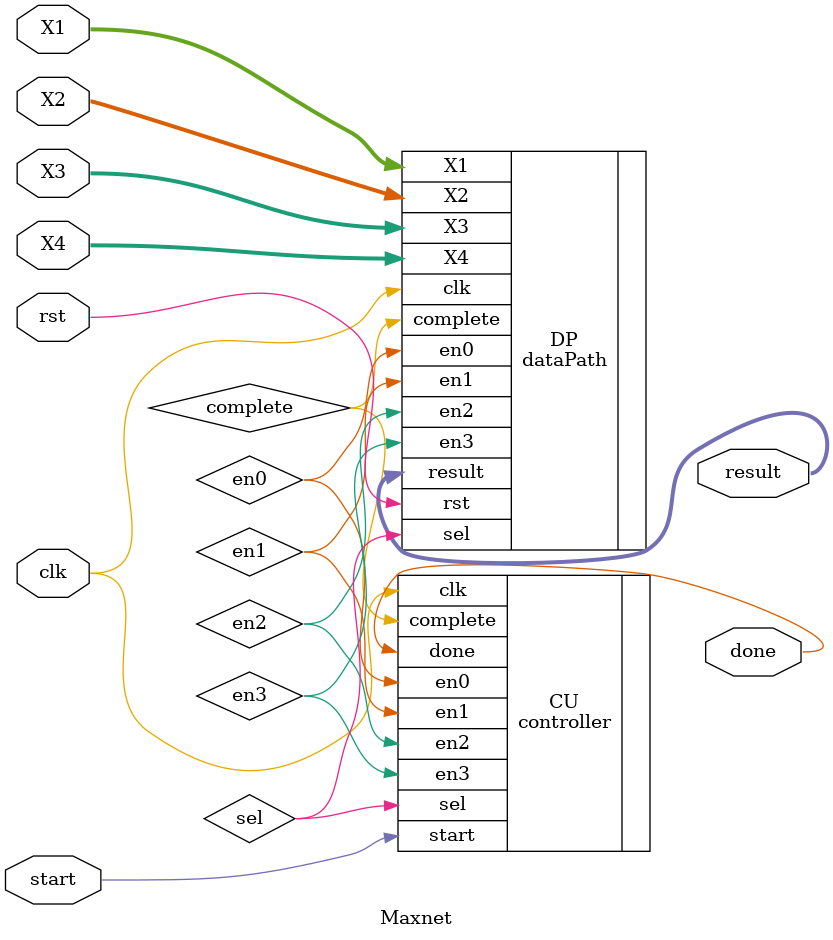
<source format=v>
module Maxnet(clk, rst, start, X1, X2, X3, X4, done, result);
	input clk, rst, start;
	input[4:0]X1, X2, X3, X4;
	output done;
	output[4:0] result;
	wire sel, en0, en1, en2, en3, complete;
	
	dataPath DP(.clk(clk), .rst(rst), .X1(X1), .X2(X2),
		.X3(X3), .X4(X4), .sel(sel), .en0(en0),
		.en1(en1), .en2(en2), .en3(en3), .complete(complete),
		.result(result));

	controller CU(.clk(clk), .start(start), .complete(complete), .sel(sel),
		.en0(en0), .en1(en1), .en2(en2), .en3(en3),
		.done(done));
endmodule



</source>
